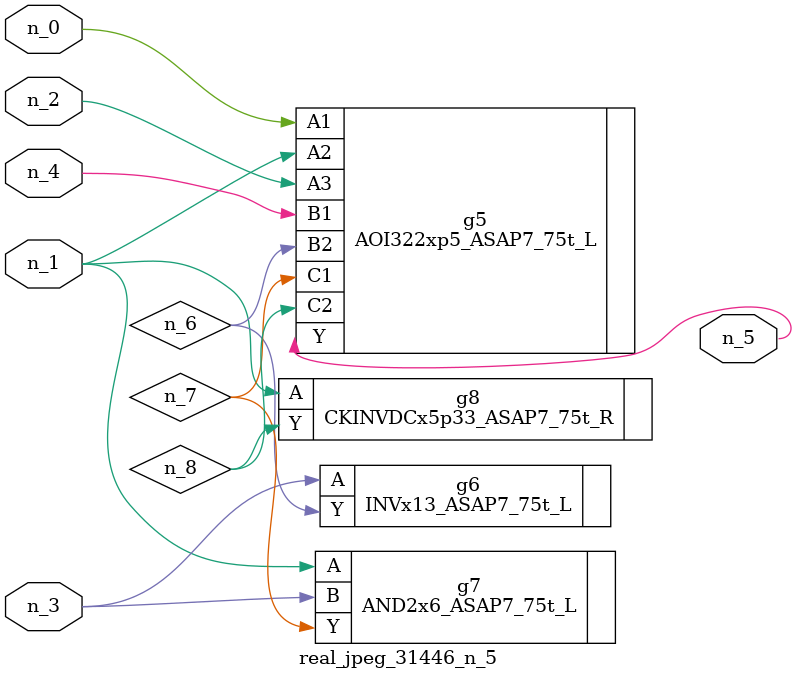
<source format=v>
module real_jpeg_31446_n_5 (n_4, n_0, n_1, n_2, n_3, n_5);

input n_4;
input n_0;
input n_1;
input n_2;
input n_3;

output n_5;

wire n_8;
wire n_6;
wire n_7;

AOI322xp5_ASAP7_75t_L g5 ( 
.A1(n_0),
.A2(n_1),
.A3(n_2),
.B1(n_4),
.B2(n_6),
.C1(n_7),
.C2(n_8),
.Y(n_5)
);

AND2x6_ASAP7_75t_L g7 ( 
.A(n_1),
.B(n_3),
.Y(n_7)
);

CKINVDCx5p33_ASAP7_75t_R g8 ( 
.A(n_1),
.Y(n_8)
);

INVx13_ASAP7_75t_L g6 ( 
.A(n_3),
.Y(n_6)
);


endmodule
</source>
